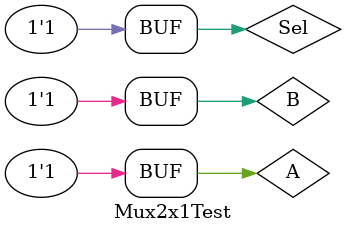
<source format=v>
`timescale 1ns / 1ps


module Mux2x1Test;

	// Inputs
	reg A;
	reg B;
	reg Sel;

	// Outputs
	wire Z;

	// Instantiate the Unit Under Test (UUT)
	Mux2x1 uut (
		.A(A), 
		.B(B), 
		.Sel(Sel), 
		.Z(Z)
	);

	initial begin
		// Initialize Inputs
		A = 0;
		B = 0;
		Sel = 0;

		// Wait 100 ns for global reset to finish
		#100;
        
		// Add stimulus here
		A = 0;
		B = 0;
		Sel = 1;
		
		#100;
		
		A = 0;
		B = 1;
		Sel = 0;
		
		#100;
		
		A = 0;
		B = 1;
		Sel = 1;
		
		#100;
		
		A = 1;
		B = 0;
		Sel = 0;
		
		#100;
		
		A = 1;
		B = 0;
		Sel = 1;
		
		#100;
		
		A = 1;
		B = 1;
		Sel = 0;
		
		#100;
		
		A = 1;
		B = 1;
		Sel = 1;
		
		#100;
	end
      
endmodule


</source>
